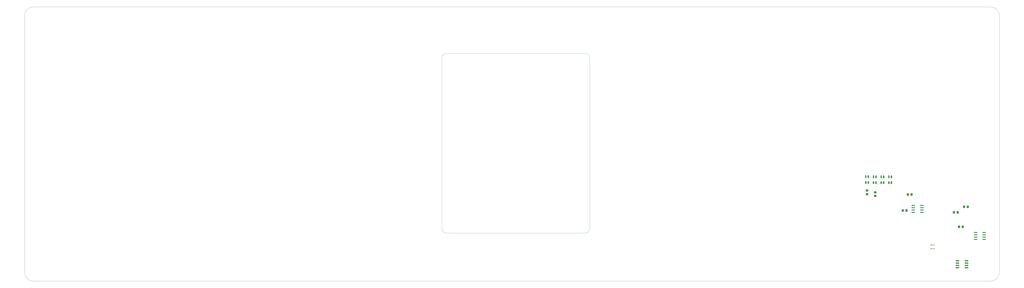
<source format=gbr>
%TF.GenerationSoftware,KiCad,Pcbnew,9.0.0+dfsg-1*%
%TF.CreationDate,2025-06-19T15:00:09-07:00*%
%TF.ProjectId,signalmesh,7369676e-616c-46d6-9573-682e6b696361,rev?*%
%TF.SameCoordinates,Original*%
%TF.FileFunction,Paste,Top*%
%TF.FilePolarity,Positive*%
%FSLAX46Y46*%
G04 Gerber Fmt 4.6, Leading zero omitted, Abs format (unit mm)*
G04 Created by KiCad (PCBNEW 9.0.0+dfsg-1) date 2025-06-19 15:00:09*
%MOMM*%
%LPD*%
G01*
G04 APERTURE LIST*
G04 Aperture macros list*
%AMRoundRect*
0 Rectangle with rounded corners*
0 $1 Rounding radius*
0 $2 $3 $4 $5 $6 $7 $8 $9 X,Y pos of 4 corners*
0 Add a 4 corners polygon primitive as box body*
4,1,4,$2,$3,$4,$5,$6,$7,$8,$9,$2,$3,0*
0 Add four circle primitives for the rounded corners*
1,1,$1+$1,$2,$3*
1,1,$1+$1,$4,$5*
1,1,$1+$1,$6,$7*
1,1,$1+$1,$8,$9*
0 Add four rect primitives between the rounded corners*
20,1,$1+$1,$2,$3,$4,$5,0*
20,1,$1+$1,$4,$5,$6,$7,0*
20,1,$1+$1,$6,$7,$8,$9,0*
20,1,$1+$1,$8,$9,$2,$3,0*%
G04 Aperture macros list end*
%ADD10RoundRect,0.250000X-0.350000X-0.450000X0.350000X-0.450000X0.350000X0.450000X-0.350000X0.450000X0*%
%ADD11R,0.800000X1.600000*%
%ADD12O,0.800000X1.600000*%
%ADD13RoundRect,0.250000X0.450000X-0.350000X0.450000X0.350000X-0.450000X0.350000X-0.450000X-0.350000X0*%
%ADD14RoundRect,0.250000X-0.450000X0.350000X-0.450000X-0.350000X0.450000X-0.350000X0.450000X0.350000X0*%
%ADD15R,0.350000X0.500000*%
%ADD16R,1.981200X0.558800*%
%ADD17RoundRect,0.150000X-0.825000X-0.150000X0.825000X-0.150000X0.825000X0.150000X-0.825000X0.150000X0*%
%TA.AperFunction,Profile*%
%ADD18C,0.050000*%
%TD*%
G04 APERTURE END LIST*
D10*
%TO.C,R12*%
X540120129Y-163000000D03*
X542120129Y-163000000D03*
%TD*%
D11*
%TO.C,D2*%
X495860000Y-143500000D03*
D12*
X495860000Y-146700000D03*
X497260000Y-143500000D03*
X497260000Y-146700000D03*
%TD*%
D13*
%TO.C,R17*%
X496860000Y-154000000D03*
X496860000Y-152000000D03*
%TD*%
D14*
%TO.C,R16*%
X492360000Y-151000000D03*
X492360000Y-153000000D03*
%TD*%
D15*
%TO.C,U6*%
X527285300Y-180950000D03*
X527935300Y-180950000D03*
X528585300Y-180950000D03*
X529235300Y-180950000D03*
X529235300Y-183000000D03*
X528585300Y-183000000D03*
X527935300Y-183000000D03*
X527285300Y-183000000D03*
%TD*%
D10*
%TO.C,R10*%
X545720043Y-160000000D03*
X547720043Y-160000000D03*
%TD*%
D11*
%TO.C,D4*%
X504360000Y-143500000D03*
D12*
X504360000Y-146700000D03*
X505760000Y-143500000D03*
X505760000Y-146700000D03*
%TD*%
D10*
%TO.C,R18*%
X512009914Y-162050000D03*
X514009914Y-162050000D03*
%TD*%
%TO.C,R15*%
X514809871Y-153200000D03*
X516809871Y-153200000D03*
%TD*%
D11*
%TO.C,D3*%
X500105086Y-143500000D03*
D12*
X500105086Y-146700000D03*
X501505086Y-143500000D03*
X501505086Y-146700000D03*
%TD*%
D11*
%TO.C,D1*%
X491660000Y-143400000D03*
D12*
X491660000Y-146600000D03*
X493060000Y-143400000D03*
X493060000Y-146600000D03*
%TD*%
D16*
%TO.C,U5*%
X551997800Y-174095000D03*
X551997800Y-175365000D03*
X551997800Y-176635000D03*
X551997800Y-177905000D03*
X556722200Y-177905000D03*
X556722200Y-176635000D03*
X556722200Y-175365000D03*
X556722200Y-174095000D03*
%TD*%
%TO.C,U8*%
X517725429Y-159184600D03*
X517725429Y-160454600D03*
X517725429Y-161724600D03*
X517725429Y-162994600D03*
X522449829Y-162994600D03*
X522449829Y-161724600D03*
X522449829Y-160454600D03*
X522449829Y-159184600D03*
%TD*%
D10*
%TO.C,R11*%
X542920086Y-171000000D03*
X544920086Y-171000000D03*
%TD*%
D17*
%TO.C,U7*%
X542050000Y-189690000D03*
X542050000Y-190960000D03*
X542050000Y-192230000D03*
X542050000Y-193500000D03*
X547000000Y-193500000D03*
X547000000Y-192230000D03*
X547000000Y-190960000D03*
X547000000Y-189690000D03*
%TD*%
D18*
X337410000Y-174450000D02*
X261210000Y-174450000D01*
X34180000Y-200880000D02*
G75*
G02*
X29180000Y-195880000I0J5000000D01*
G01*
X313280000Y-75390000D02*
X337410000Y-75390000D01*
X261210000Y-174450000D02*
G75*
G02*
X258670000Y-171910000I0J2540000D01*
G01*
X29180000Y-195880000D02*
X29180000Y-54880000D01*
X258670000Y-171910000D02*
X258670000Y-77930000D01*
X258670000Y-77930000D02*
G75*
G02*
X261210000Y-75390000I2540000J0D01*
G01*
X337410000Y-75390000D02*
G75*
G02*
X339950000Y-77930000I0J-2540000D01*
G01*
X339950000Y-77930000D02*
X339950000Y-171910000D01*
X261210000Y-75390000D02*
X313280000Y-75390000D01*
X34180000Y-49880000D02*
X560180000Y-49951068D01*
X560180000Y-200880000D02*
X34180000Y-200880000D01*
X565180000Y-195880000D02*
G75*
G02*
X560180000Y-200880000I-5000000J0D01*
G01*
X339950000Y-171910000D02*
G75*
G02*
X337410000Y-174450000I-2540000J0D01*
G01*
X565180000Y-54951068D02*
X565180000Y-195880000D01*
X29180000Y-54880000D02*
G75*
G02*
X34180000Y-49880000I5000000J0D01*
G01*
X560180000Y-49951068D02*
G75*
G02*
X565180032Y-54951068I0J-5000032D01*
G01*
M02*

</source>
